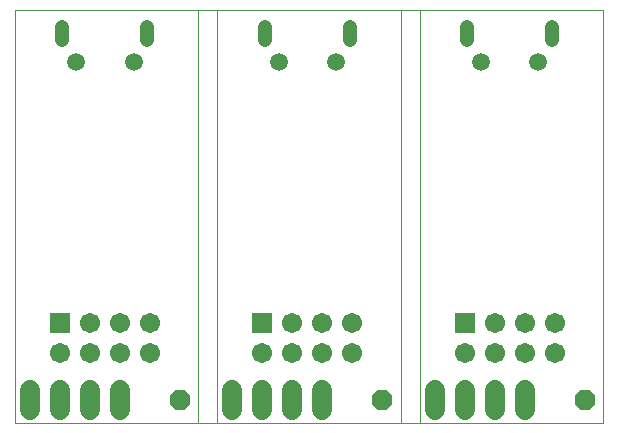
<source format=gbs>
G75*
G70*
%OFA0B0*%
%FSLAX25Y25*%
%IPPOS*%
%LPD*%
%AMOC8*
5,1,8,0,0,1.08239X$1,22.5*
%
%ADD25C,0.04770*%
%ADD40R,0.06740X0.06740*%
%ADD41OC8,0.06800*%
%ADD47C,0.06740*%
%ADD59C,0.06800*%
%ADD81C,0.00000*%
%ADD85C,0.05950*%
X0010000Y0010000D02*
G75*
%LPD*%
D81*
X0010000Y0010000D02*
X0010000Y0147460D01*
X0071200Y0147460D01*
X0071200Y0010000D01*
X0010000Y0010000D01*
X0024840Y0138050D02*
X0024840Y0141200D01*
X0024850Y0141200D02*
X0024860Y0141370D01*
X0024910Y0141540D01*
X0024980Y0141690D01*
X0025080Y0141830D01*
X0025200Y0141950D01*
X0025340Y0142050D01*
X0025490Y0142120D01*
X0025660Y0142170D01*
X0025830Y0142180D01*
X0026000Y0142170D01*
X0026170Y0142120D01*
X0026320Y0142050D01*
X0026460Y0141950D01*
X0026580Y0141830D01*
X0026680Y0141690D01*
X0026750Y0141540D01*
X0026800Y0141370D01*
X0026810Y0141200D01*
X0026810Y0138050D01*
X0025830Y0137070D02*
X0025660Y0137080D01*
X0025490Y0137130D01*
X0025340Y0137200D01*
X0025200Y0137300D01*
X0025080Y0137420D01*
X0024980Y0137560D01*
X0024910Y0137710D01*
X0024860Y0137880D01*
X0024850Y0138050D01*
X0025830Y0137070D02*
X0026000Y0137080D01*
X0026170Y0137130D01*
X0026320Y0137200D01*
X0026460Y0137300D01*
X0026580Y0137420D01*
X0026680Y0137560D01*
X0026750Y0137710D01*
X0026800Y0137880D01*
X0026810Y0138050D01*
X0053190Y0138050D02*
X0053190Y0141200D01*
X0053200Y0141370D01*
X0053250Y0141540D01*
X0053320Y0141690D01*
X0053420Y0141830D01*
X0053540Y0141950D01*
X0053680Y0142050D01*
X0053830Y0142120D01*
X0054000Y0142170D01*
X0054170Y0142180D01*
X0054340Y0142170D01*
X0054510Y0142120D01*
X0054660Y0142050D01*
X0054800Y0141950D01*
X0054920Y0141830D01*
X0055020Y0141690D01*
X0055090Y0141540D01*
X0055140Y0141370D01*
X0055150Y0141200D01*
X0055160Y0141200D02*
X0055160Y0138050D01*
X0054170Y0137070D02*
X0054000Y0137080D01*
X0053830Y0137130D01*
X0053680Y0137200D01*
X0053540Y0137300D01*
X0053420Y0137420D01*
X0053320Y0137560D01*
X0053250Y0137710D01*
X0053200Y0137880D01*
X0053190Y0138050D01*
X0054170Y0137070D02*
X0054340Y0137080D01*
X0054510Y0137130D01*
X0054660Y0137200D01*
X0054800Y0137300D01*
X0054920Y0137420D01*
X0055020Y0137560D01*
X0055090Y0137710D01*
X0055140Y0137880D01*
X0055150Y0138050D01*
D40*
X0025000Y0043130D03*
D47*
X0025000Y0033130D03*
X0035000Y0033130D03*
X0035000Y0043130D03*
X0045000Y0043130D03*
X0045000Y0033130D03*
X0055000Y0033130D03*
X0055000Y0043130D03*
D59*
X0045000Y0020700D02*
X0045000Y0014300D01*
X0035000Y0014300D02*
X0035000Y0020700D01*
X0025000Y0020700D02*
X0025000Y0014300D01*
X0015000Y0014300D02*
X0015000Y0020700D01*
D41*
X0065000Y0017500D03*
D85*
X0049550Y0130180D03*
X0030450Y0130180D03*
D25*
X0025830Y0137440D02*
X0025830Y0141810D01*
X0054170Y0141810D02*
X0054170Y0137440D01*
X0077450Y0010000D02*
G75*
%LPD*%
D81*
X0077450Y0010000D02*
X0077450Y0147460D01*
X0138650Y0147460D01*
X0138650Y0010000D01*
X0077450Y0010000D01*
X0092290Y0138050D02*
X0092290Y0141200D01*
X0092300Y0141200D02*
X0092310Y0141370D01*
X0092360Y0141540D01*
X0092430Y0141690D01*
X0092530Y0141830D01*
X0092650Y0141950D01*
X0092790Y0142050D01*
X0092940Y0142120D01*
X0093110Y0142170D01*
X0093280Y0142180D01*
X0093450Y0142170D01*
X0093620Y0142120D01*
X0093770Y0142050D01*
X0093910Y0141950D01*
X0094030Y0141830D01*
X0094130Y0141690D01*
X0094200Y0141540D01*
X0094250Y0141370D01*
X0094260Y0141200D01*
X0094260Y0138050D01*
X0093280Y0137070D02*
X0093110Y0137080D01*
X0092940Y0137130D01*
X0092790Y0137200D01*
X0092650Y0137300D01*
X0092530Y0137420D01*
X0092430Y0137560D01*
X0092360Y0137710D01*
X0092310Y0137880D01*
X0092300Y0138050D01*
X0093280Y0137070D02*
X0093450Y0137080D01*
X0093620Y0137130D01*
X0093770Y0137200D01*
X0093910Y0137300D01*
X0094030Y0137420D01*
X0094130Y0137560D01*
X0094200Y0137710D01*
X0094250Y0137880D01*
X0094260Y0138050D01*
X0120640Y0138050D02*
X0120640Y0141200D01*
X0120650Y0141370D01*
X0120700Y0141540D01*
X0120770Y0141690D01*
X0120870Y0141830D01*
X0120990Y0141950D01*
X0121130Y0142050D01*
X0121280Y0142120D01*
X0121450Y0142170D01*
X0121620Y0142180D01*
X0121790Y0142170D01*
X0121960Y0142120D01*
X0122110Y0142050D01*
X0122250Y0141950D01*
X0122370Y0141830D01*
X0122470Y0141690D01*
X0122540Y0141540D01*
X0122590Y0141370D01*
X0122600Y0141200D01*
X0122610Y0141200D02*
X0122610Y0138050D01*
X0121620Y0137070D02*
X0121450Y0137080D01*
X0121280Y0137130D01*
X0121130Y0137200D01*
X0120990Y0137300D01*
X0120870Y0137420D01*
X0120770Y0137560D01*
X0120700Y0137710D01*
X0120650Y0137880D01*
X0120640Y0138050D01*
X0121620Y0137070D02*
X0121790Y0137080D01*
X0121960Y0137130D01*
X0122110Y0137200D01*
X0122250Y0137300D01*
X0122370Y0137420D01*
X0122470Y0137560D01*
X0122540Y0137710D01*
X0122590Y0137880D01*
X0122600Y0138050D01*
D40*
X0092450Y0043130D03*
D47*
X0092450Y0033130D03*
X0102450Y0033130D03*
X0102450Y0043130D03*
X0112450Y0043130D03*
X0112450Y0033130D03*
X0122450Y0033130D03*
X0122450Y0043130D03*
D59*
X0112450Y0020700D02*
X0112450Y0014300D01*
X0102450Y0014300D02*
X0102450Y0020700D01*
X0092450Y0020700D02*
X0092450Y0014300D01*
X0082450Y0014300D02*
X0082450Y0020700D01*
D41*
X0132450Y0017500D03*
D85*
X0117000Y0130180D03*
X0097900Y0130180D03*
D25*
X0093280Y0137440D02*
X0093280Y0141810D01*
X0121620Y0141810D02*
X0121620Y0137440D01*
X0144900Y0010000D02*
G75*
%LPD*%
D81*
X0144900Y0010000D02*
X0144900Y0147460D01*
X0206100Y0147460D01*
X0206100Y0010000D01*
X0144900Y0010000D01*
X0159740Y0138050D02*
X0159740Y0141200D01*
X0159750Y0141200D02*
X0159760Y0141370D01*
X0159810Y0141540D01*
X0159880Y0141690D01*
X0159980Y0141830D01*
X0160100Y0141950D01*
X0160240Y0142050D01*
X0160390Y0142120D01*
X0160560Y0142170D01*
X0160730Y0142180D01*
X0160900Y0142170D01*
X0161070Y0142120D01*
X0161220Y0142050D01*
X0161360Y0141950D01*
X0161480Y0141830D01*
X0161580Y0141690D01*
X0161650Y0141540D01*
X0161700Y0141370D01*
X0161710Y0141200D01*
X0161710Y0138050D01*
X0160730Y0137070D02*
X0160560Y0137080D01*
X0160390Y0137130D01*
X0160240Y0137200D01*
X0160100Y0137300D01*
X0159980Y0137420D01*
X0159880Y0137560D01*
X0159810Y0137710D01*
X0159760Y0137880D01*
X0159750Y0138050D01*
X0160730Y0137070D02*
X0160900Y0137080D01*
X0161070Y0137130D01*
X0161220Y0137200D01*
X0161360Y0137300D01*
X0161480Y0137420D01*
X0161580Y0137560D01*
X0161650Y0137710D01*
X0161700Y0137880D01*
X0161710Y0138050D01*
X0188090Y0138050D02*
X0188090Y0141200D01*
X0188100Y0141370D01*
X0188150Y0141540D01*
X0188220Y0141690D01*
X0188320Y0141830D01*
X0188440Y0141950D01*
X0188580Y0142050D01*
X0188730Y0142120D01*
X0188900Y0142170D01*
X0189070Y0142180D01*
X0189240Y0142170D01*
X0189410Y0142120D01*
X0189560Y0142050D01*
X0189700Y0141950D01*
X0189820Y0141830D01*
X0189920Y0141690D01*
X0189990Y0141540D01*
X0190040Y0141370D01*
X0190050Y0141200D01*
X0190060Y0141200D02*
X0190060Y0138050D01*
X0189070Y0137070D02*
X0188900Y0137080D01*
X0188730Y0137130D01*
X0188580Y0137200D01*
X0188440Y0137300D01*
X0188320Y0137420D01*
X0188220Y0137560D01*
X0188150Y0137710D01*
X0188100Y0137880D01*
X0188090Y0138050D01*
X0189070Y0137070D02*
X0189240Y0137080D01*
X0189410Y0137130D01*
X0189560Y0137200D01*
X0189700Y0137300D01*
X0189820Y0137420D01*
X0189920Y0137560D01*
X0189990Y0137710D01*
X0190040Y0137880D01*
X0190050Y0138050D01*
D40*
X0159900Y0043130D03*
D47*
X0159900Y0033130D03*
X0169900Y0033130D03*
X0169900Y0043130D03*
X0179900Y0043130D03*
X0179900Y0033130D03*
X0189900Y0033130D03*
X0189900Y0043130D03*
D59*
X0179900Y0020700D02*
X0179900Y0014300D01*
X0169900Y0014300D02*
X0169900Y0020700D01*
X0159900Y0020700D02*
X0159900Y0014300D01*
X0149900Y0014300D02*
X0149900Y0020700D01*
D41*
X0199900Y0017500D03*
D85*
X0184450Y0130180D03*
X0165350Y0130180D03*
D25*
X0160730Y0137440D02*
X0160730Y0141810D01*
X0189070Y0141810D02*
X0189070Y0137440D01*
%ADD10C,0.00100*%
D10*
X0010000Y0010000D02*
X0010000Y0147460D01*
X0206100Y0147460D01*
X0206100Y0010000D01*
X0010000Y0010000D01*
M02*

</source>
